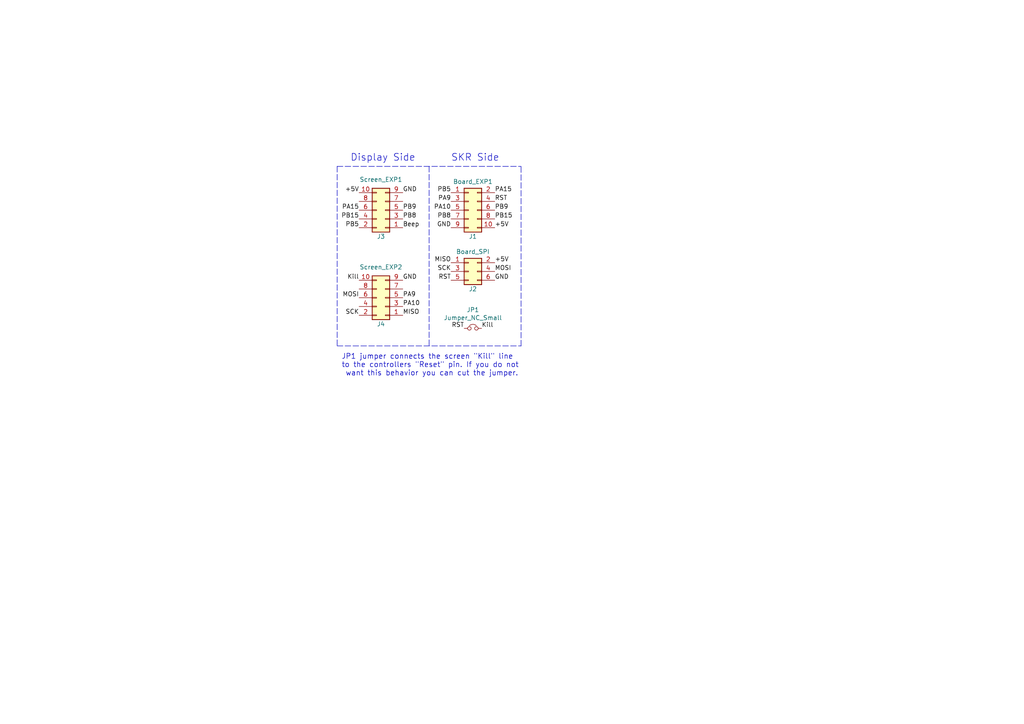
<source format=kicad_sch>
(kicad_sch (version 20211123) (generator eeschema)
  (paper "A4")
  (lib_symbols
    (symbol "Connector_Generic:Conn_02x03_Odd_Even" (pin_names (offset 1.016) hide)
      (property "Reference" "J" (at 1.27 5.08 0))
      (property "Value" "Conn_02x03_Odd_Even" (at 1.27 -5.08 0))
      (symbol "Conn_02x03_Odd_Even_1_1"
        (rectangle (start -1.27 -2.413) (end 0 -2.667) (stroke (width 0.1524)))
        (rectangle (start -1.27 0.127) (end 0 -0.127) (stroke (width 0.1524)))
        (rectangle (start -1.27 2.667) (end 0 2.413) (stroke (width 0.1524)))
        (rectangle (start -1.27 3.81) (end 3.81 -3.81) (stroke (width 0.254)) (fill (type background)))
        (rectangle (start 3.81 -2.413) (end 2.54 -2.667) (stroke (width 0.1524)))
        (rectangle (start 3.81 0.127) (end 2.54 -0.127) (stroke (width 0.1524)))
        (rectangle (start 3.81 2.667) (end 2.54 2.413) (stroke (width 0.1524)))
        (pin passive line (at -5.08 2.54 0) (length 3.81) (name "Pin_1") (number "1"))
        (pin passive line (at 7.62 2.54 180) (length 3.81) (name "Pin_2") (number "2"))
        (pin passive line (at -5.08 0 0) (length 3.81) (name "Pin_3") (number "3"))
        (pin passive line (at 7.62 0 180) (length 3.81) (name "Pin_4") (number "4"))
        (pin passive line (at -5.08 -2.54 0) (length 3.81) (name "Pin_5") (number "5"))
        (pin passive line (at 7.62 -2.54 180) (length 3.81) (name "Pin_6") (number "6"))
      )
    )
    (symbol "Connector_Generic:Conn_02x05_Odd_Even" (pin_names (offset 1.016) hide)
      (property "Reference" "J" (at 1.27 7.62 0))
      (property "Value" "Conn_02x05_Odd_Even" (at 1.27 -7.62 0))
      (symbol "Conn_02x05_Odd_Even_1_1"
        (rectangle (start -1.27 -4.953) (end 0 -5.207) (stroke (width 0.1524)))
        (rectangle (start -1.27 -2.413) (end 0 -2.667) (stroke (width 0.1524)))
        (rectangle (start -1.27 0.127) (end 0 -0.127) (stroke (width 0.1524)))
        (rectangle (start -1.27 2.667) (end 0 2.413) (stroke (width 0.1524)))
        (rectangle (start -1.27 5.207) (end 0 4.953) (stroke (width 0.1524)))
        (rectangle (start -1.27 6.35) (end 3.81 -6.35) (stroke (width 0.254)) (fill (type background)))
        (rectangle (start 3.81 -4.953) (end 2.54 -5.207) (stroke (width 0.1524)))
        (rectangle (start 3.81 -2.413) (end 2.54 -2.667) (stroke (width 0.1524)))
        (rectangle (start 3.81 0.127) (end 2.54 -0.127) (stroke (width 0.1524)))
        (rectangle (start 3.81 2.667) (end 2.54 2.413) (stroke (width 0.1524)))
        (rectangle (start 3.81 5.207) (end 2.54 4.953) (stroke (width 0.1524)))
        (pin passive line (at -5.08 5.08 0) (length 3.81) (name "Pin_1") (number "1"))
        (pin passive line (at 7.62 -5.08 180) (length 3.81) (name "Pin_10") (number "10"))
        (pin passive line (at 7.62 5.08 180) (length 3.81) (name "Pin_2") (number "2"))
        (pin passive line (at -5.08 2.54 0) (length 3.81) (name "Pin_3") (number "3"))
        (pin passive line (at 7.62 2.54 180) (length 3.81) (name "Pin_4") (number "4"))
        (pin passive line (at -5.08 0 0) (length 3.81) (name "Pin_5") (number "5"))
        (pin passive line (at 7.62 0 180) (length 3.81) (name "Pin_6") (number "6"))
        (pin passive line (at -5.08 -2.54 0) (length 3.81) (name "Pin_7") (number "7"))
        (pin passive line (at 7.62 -2.54 180) (length 3.81) (name "Pin_8") (number "8"))
        (pin passive line (at -5.08 -5.08 0) (length 3.81) (name "Pin_9") (number "9"))
      )
    )
    (symbol "Device:Jumper_NC_Small" (pin_numbers hide) (pin_names (offset 0.762) hide)
      (property "Reference" "JP" (at 0 2.032 0))
      (property "Value" "Device_Jumper_NC_Small" (at 0.254 -1.524 0))
      (symbol "Jumper_NC_Small_0_1"
        (circle (center -1.016 0) (radius 0.508))
        (circle (center 1.016 0) (radius 0.508))
        (arc (start 1.016 0.762) (mid 0 1.1828) (end -1.016 0.762))
        (pin passive line (at -2.54 0 0) (length 1.016) (name "1") (number "1"))
        (pin passive line (at 2.54 0 180) (length 1.016) (name "2") (number "2"))
      )
    )
  )
  (polyline (pts (xy 97.79 48.26) (xy 151.13 48.26)))
  (polyline (pts (xy 151.13 100.33) (xy 151.13 48.26)))
  (polyline (pts (xy 97.79 100.33) (xy 151.13 100.33)))
  (polyline (pts (xy 124.46 48.26) (xy 124.46 100.33)))
  (polyline (pts (xy 97.79 48.26) (xy 97.79 100.33)))
  (text "JP1 jumper connects the screen \"Kill\" line \nto the controllers \"Reset\" pin. If you do not\n want this behavior you can cut the jumper." (at 99.06 109.22 0) (effects (font (size 1.4986 1.4986)) (justify left bottom)))
  (text "Display Side" (at 101.6 46.99 0) (effects (font (size 2.0066 2.0066)) (justify left bottom)))
  (text "SKR Side" (at 130.81 46.99 0) (effects (font (size 2.0066 2.0066)) (justify left bottom)))
  (label "PA15" (at 104.14 60.96 180))
  (label "PA10" (at 130.81 60.96 180))
  (label "Kill" (at 104.14 81.28 180))
  (label "PB15" (at 104.14 63.5 180))
  (label "SCK" (at 130.81 78.74 180))
  (label "MOSI" (at 104.14 86.36 180))
  (label "PB9" (at 143.51 60.96 0))
  (label "GND" (at 130.81 66.04 180))
  (label "RST" (at 130.81 81.28 180))
  (label "MOSI" (at 143.51 78.74 0))
  (label "PB8" (at 130.81 63.5 180))
  (label "RST" (at 143.51 58.42 0))
  (label "+5V" (at 104.14 55.88 180))
  (label "Kill" (at 139.7 95.25 0))
  (label "SCK" (at 104.14 91.44 180))
  (label "PA15" (at 143.51 55.88 0))
  (label "GND" (at 116.84 55.88 0))
  (label "PB8" (at 116.84 63.5 0))
  (label "PA9" (at 116.84 86.36 0))
  (label "PA9" (at 130.81 58.42 180))
  (label "GND" (at 143.51 81.28 0))
  (label "PA10" (at 116.84 88.9 0))
  (label "+5V" (at 143.51 66.04 0))
  (label "PB9" (at 116.84 60.96 0))
  (label "MISO" (at 116.84 91.44 0))
  (label "PB5" (at 104.14 66.04 180))
  (label "MISO" (at 130.81 76.2 180))
  (label "GND" (at 116.84 81.28 0))
  (label "Beep" (at 116.84 66.04 0))
  (label "RST" (at 134.62 95.25 180))
  (label "+5V" (at 143.51 76.2 0))
  (label "PB5" (at 130.81 55.88 180))
  (label "PB15" (at 143.51 63.5 0))
  (symbol (lib_id "Connector_Generic:Conn_02x05_Odd_Even") (at 111.76 86.36 180) (unit 1)
    (property "Reference" "J4" (at 110.49 93.98 0))
    (property "Value" "Screen_EXP2" (at 110.49 77.47 0))
    (property "Footprint" "TRA_KiCad_Footprints:Shrouded_2x5_pin_header" (effects hide))
  )
  (symbol (lib_id "Connector_Generic:Conn_02x05_Odd_Even") (at 111.76 60.96 180) (unit 1)
    (property "Reference" "J3" (at 110.49 68.58 0))
    (property "Value" "Screen_EXP1" (at 110.49 52.07 0))
    (property "Footprint" "TRA_KiCad_Footprints:Shrouded_2x5_pin_header" (effects hide))
  )
  (symbol (lib_id "Connector_Generic:Conn_02x05_Odd_Even") (at 135.89 60.96 0) (unit 1)
    (property "Reference" "J1" (at 137.16 68.58 0))
    (property "Value" "Board_EXP1" (at 137.16 52.6796 0))
    (property "Footprint" "Connector_PinSocket_2.54mm:PinSocket_2x05_P2.54mm_Vertical" (effects hide))
  )
  (symbol (lib_id "Connector_Generic:Conn_02x03_Odd_Even") (at 135.89 78.74 0) (unit 1)
    (property "Reference" "J2" (at 137.16 83.82 0))
    (property "Value" "Board_SPI" (at 137.16 72.9996 0))
    (property "Footprint" "Connector_PinSocket_2.54mm:PinSocket_2x03_P2.54mm_Vertical" (effects hide))
  )
  (symbol (lib_id "Device:Jumper_NC_Small") (at 137.16 95.25 0) (unit 1)
    (property "Reference" "JP1" (at 137.16 89.8652 0))
    (property "Value" "Jumper_NC_Small" (at 137.16 92.1766 0))
    (property "Footprint" "Jumper:SolderJumper-2_P1.3mm_Bridged_RoundedPad1.0x1.5mm" (effects hide))
  )
)
</source>
